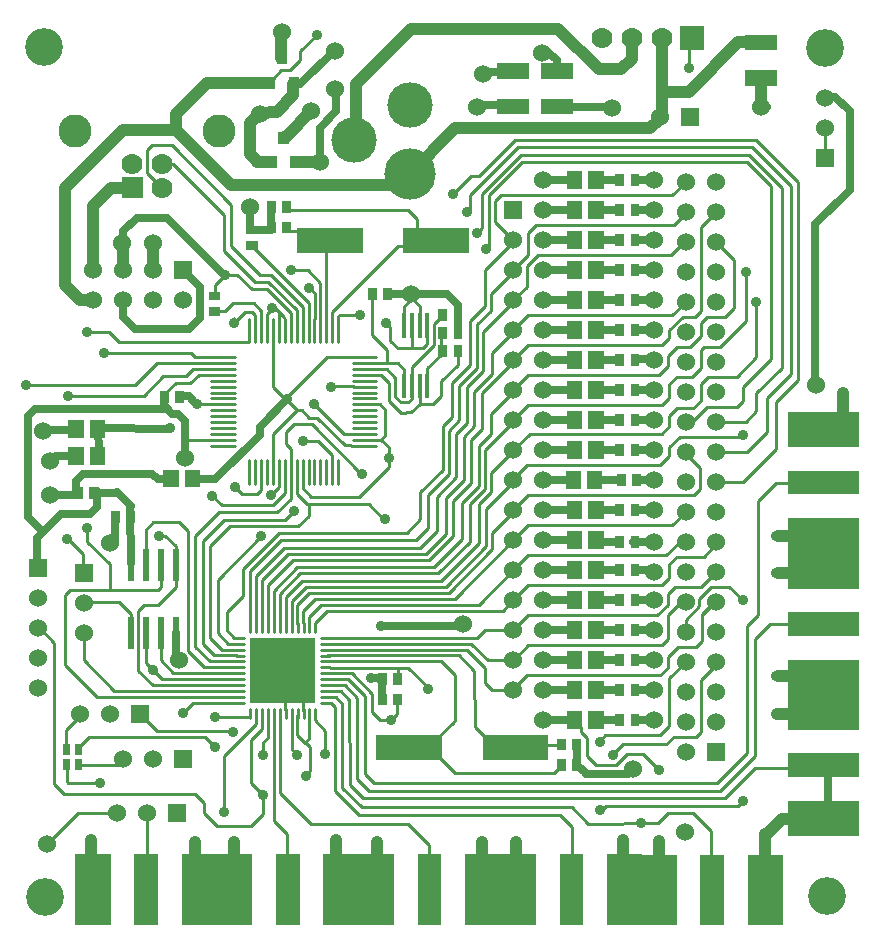
<source format=gbr>
G04 start of page 2 for group 0 idx 0 *
G04 Title: (unknown), top *
G04 Creator: pcb 20140316 *
G04 CreationDate: Tue Feb 26 01:41:17 2019 UTC *
G04 For: tim *
G04 Format: Gerber/RS-274X *
G04 PCB-Dimensions (mil): 2834.65 3051.18 *
G04 PCB-Coordinate-Origin: lower left *
%MOIN*%
%FSLAX25Y25*%
%LNTOP*%
%ADD40C,0.0580*%
%ADD39C,0.0300*%
%ADD38C,0.0900*%
%ADD37C,0.0480*%
%ADD36C,0.1450*%
%ADD35C,0.1250*%
%ADD34C,0.0380*%
%ADD33C,0.0350*%
%ADD32C,0.0200*%
%ADD31C,0.1000*%
%ADD30C,0.1260*%
%ADD29R,0.0130X0.0130*%
%ADD28R,0.0340X0.0340*%
%ADD27R,0.0250X0.0250*%
%ADD26R,0.0851X0.0851*%
%ADD25R,0.0200X0.0200*%
%ADD24R,0.1181X0.1181*%
%ADD23R,0.0787X0.0787*%
%ADD22R,0.0295X0.0295*%
%ADD21R,0.0512X0.0512*%
%ADD20C,0.1100*%
%ADD19C,0.0700*%
%ADD18C,0.1710*%
%ADD17C,0.1510*%
%ADD16C,0.0360*%
%ADD15C,0.0001*%
%ADD14C,0.0600*%
%ADD13C,0.0400*%
%ADD12C,0.0100*%
%ADD11C,0.0250*%
G54D11*X193957Y159531D02*X200957D01*
X193957Y169531D02*X201457D01*
X193957Y179531D02*X201457D01*
X175957Y169531D02*X186457D01*
G54D12*X170957Y174531D02*X215457D01*
X220457Y173531D02*X225957D01*
X228457Y176031D01*
X223457Y169031D02*X225457D01*
G54D11*X175957Y159531D02*X185957D01*
G54D12*X222957Y159031D02*X228244Y153654D01*
X214957Y154531D02*X217957Y157531D01*
X171457Y165031D02*X215457D01*
X260457Y148531D02*X253457D01*
X228244Y153654D02*Y146728D01*
X233457Y149031D02*X242457D01*
X253457Y148531D02*X247457Y142531D01*
X233957Y129031D02*Y128531D01*
X228244Y146728D02*X226079Y144598D01*
X223457Y129031D02*X221457D01*
X223457Y139031D02*X218957Y134531D01*
X170957D01*
X165957Y129531D01*
X226079Y144598D02*X170957Y144531D01*
X165957Y139531D01*
X165457Y149531D02*X170457Y154531D01*
X214957D01*
G54D11*X206457Y179531D02*X213457D01*
X206457Y169531D02*X213957D01*
X206457Y159531D02*X213457D01*
X206957Y149531D02*X212957D01*
X206457Y139531D02*X213957D01*
G54D12*X217957Y157531D02*Y160531D01*
X221457Y164031D01*
X215457Y165031D02*X217957Y167531D01*
Y171031D01*
X220457Y173531D01*
X215457Y174531D02*X217957Y177031D01*
Y181531D01*
X228457Y176031D02*Y181531D01*
X221457Y164031D02*X241957D01*
X242457Y149031D02*X253457Y160031D01*
X233457Y159031D02*X243957D01*
X241957Y164031D02*X242457Y164531D01*
X253457Y160031D02*Y175531D01*
X243957Y159031D02*X250457Y165531D01*
Y177031D01*
X243457Y169031D02*X246957Y172531D01*
X240457Y174031D02*X242457Y176031D01*
X225457Y169031D02*X230457Y174031D01*
X240457D01*
G54D13*X275882Y178654D02*Y168154D01*
G54D12*X253457Y175531D02*X260957Y183031D01*
X250457Y177031D02*X258457Y185031D01*
X246957Y178531D02*X255457Y187031D01*
X233457Y169031D02*X243457D01*
X246957Y172531D02*Y178531D01*
X242457Y176031D02*Y180531D01*
X251957Y190031D01*
G54D11*X193957Y129031D02*X201457D01*
X175957Y129531D02*X185957D01*
G54D12*X158957Y126531D02*Y132031D01*
X130457D02*X134957Y136531D01*
G54D11*X205957Y129031D02*X213957D01*
G54D12*X151457Y188031D02*Y202531D01*
X153957Y187031D02*Y201531D01*
X155957Y186031D02*Y199031D01*
X145457Y182031D02*X151457Y188031D01*
X147957Y181031D02*X153957Y187031D01*
X150457Y180531D02*X155957Y186031D01*
X141957Y182531D02*X147457Y188031D01*
Y192031D01*
X132181Y183772D02*Y187272D01*
X139457Y194531D01*
X123913Y188693D02*X123957Y193031D01*
X129622Y201882D02*Y207591D01*
X131787Y209756D01*
X132575D01*
X134740Y207591D01*
X132181Y209756D02*Y210937D01*
X134957Y136531D02*Y145531D01*
X137457Y133531D02*Y144531D01*
X140457Y144031D02*X146957Y150531D01*
X143457Y143531D02*X149457Y149531D01*
X145957Y142531D02*X151957Y148531D01*
X148957Y142031D02*X154457Y147531D01*
X151457Y141531D02*X156457Y146531D01*
X140457Y132531D02*Y144031D01*
X143457Y131531D02*Y143531D01*
X145957Y131031D02*Y142531D01*
X148957Y130031D02*Y142031D01*
X151457Y129031D02*Y141531D01*
X154457Y128531D02*Y141531D01*
X156957Y127531D02*Y140031D01*
X154457Y147531D02*Y161031D01*
X156457Y146531D02*Y159531D01*
X158457Y152031D02*X165457Y159031D01*
X158457Y145531D02*Y152031D01*
X156957Y140031D02*X165957Y149031D01*
X158957Y132031D02*X165957Y139031D01*
X154457Y141531D02*X158457Y145531D01*
G54D11*X175957Y149531D02*X185457D01*
X175957Y139531D02*X186457D01*
X192457Y149531D02*X201457D01*
X193457Y139531D02*X200957D01*
G54D12*X144457Y166031D02*X147957Y169531D01*
X145457Y170531D02*Y182031D01*
X142457Y167531D02*X145457Y170531D01*
X147957Y169531D02*Y181031D01*
X150457Y168531D02*Y180531D01*
X139268Y174913D02*X141957Y177531D01*
Y182531D01*
X146957Y165031D02*X150457Y168531D01*
X149457Y164031D02*X152957Y167531D01*
G54D11*X193457Y189531D02*X200957D01*
X193457Y199531D02*X201457D01*
X193457Y209531D02*X201457D01*
X194457Y219531D02*X200957D01*
X194457Y229531D02*X200957D01*
X175957D02*X186957D01*
X175957Y219531D02*X186457D01*
G54D12*X170957Y232031D02*Y224531D01*
G54D11*X193957Y239531D02*X200957D01*
X175957D02*X186457D01*
X206457Y219531D02*X212957D01*
X193957Y249531D02*X201457D01*
X212957D02*X206957D01*
X212957Y250531D02*X213457Y250031D01*
G54D12*X243957Y255531D02*X168957D01*
X244457Y258031D02*X168457D01*
X245457Y260531D02*X167457D01*
X223457Y249031D02*X218957Y244531D01*
X223957Y239031D02*X219457Y234531D01*
X218957Y244531D02*X161957D01*
X219457Y234531D02*X173457D01*
X233457Y239031D02*X228457Y234031D01*
G54D11*X206957Y239531D02*X212890Y239587D01*
X206457Y229531D02*X212957D01*
G54D12*X228457Y234031D02*Y206031D01*
X239457Y207031D02*Y223031D01*
X243457Y202531D02*Y219531D01*
X224957Y194031D02*X228457Y197531D01*
Y202031D01*
X230457Y204031D01*
X236457D01*
X239457Y207031D01*
X229457Y194031D02*X234957D01*
X228457Y193031D02*X229457Y194031D01*
X234957D02*X243457Y202531D01*
X246957Y209031D02*Y190531D01*
X251957Y190031D02*Y247531D01*
X255457Y187031D02*Y247031D01*
X258457Y185031D02*Y247531D01*
X260957Y183031D02*Y249031D01*
G54D11*X266630Y234953D02*Y181213D01*
G54D12*X161957Y244531D02*X159957Y242531D01*
Y235531D01*
X165457Y230031D01*
X173457Y234531D02*X170957Y232031D01*
X157969Y244598D02*Y227669D01*
X155409Y244992D02*X155457Y233531D01*
X153957Y232031D01*
X151472Y244598D02*X151457Y240031D01*
X150457Y239031D01*
X154457Y251031D02*X151957D01*
X258457Y247531D02*X245457Y260531D01*
X251957Y247531D02*X243957Y255531D01*
X255457Y247031D02*X244457Y258031D01*
X156457Y219531D02*X165957Y229031D01*
X170957Y224531D02*X165957Y219531D01*
X170457Y221031D02*Y214031D01*
X157969Y227669D02*X156787Y226488D01*
X153957Y201531D02*X158457Y206031D01*
X155957Y199031D02*X165957Y209031D01*
X156457Y207531D02*Y219531D01*
X151457Y202531D02*X156457Y207531D01*
X158457Y211531D02*X165957Y219031D01*
X158457Y206031D02*Y211531D01*
X170457Y214031D02*X165957Y209531D01*
X170957Y204531D02*X165957Y199531D01*
G54D11*X175957Y209531D02*X186457D01*
X175957Y199531D02*X186957D01*
X175957Y189531D02*X186957D01*
G54D12*X218598Y224717D02*X174098D01*
X170457Y221031D01*
X170957Y194531D02*X215457D01*
X217957Y197031D01*
Y199531D01*
X158957Y192031D02*X165957Y199031D01*
X158957Y185031D02*Y192031D01*
X155457Y178531D02*X165957Y189031D01*
X158457Y171531D02*X165957Y179031D01*
X156457Y159531D02*X165957Y169031D01*
X152957Y179031D02*X158957Y185031D01*
X152957Y167531D02*Y179031D01*
X155457Y166531D02*Y178531D01*
X151957Y163031D02*X155457Y166531D01*
X158457Y165031D02*Y171531D01*
X154457Y161031D02*X158457Y165031D01*
X165957Y159531D02*X171457Y165031D01*
X165957Y169531D02*X170957Y174531D01*
X165957Y179531D02*X170957Y184531D01*
X165957Y189531D02*X170957Y194531D01*
G54D11*X175957Y179531D02*X186457D01*
G54D12*X217957Y181531D02*X220457Y184031D01*
X170957Y184531D02*X214457D01*
X217457Y187531D01*
X220457Y184031D02*X225457D01*
X228457Y187031D01*
Y181531D02*X230957Y184031D01*
X240457D01*
X246957Y190531D01*
X222957Y229031D02*X218598Y224717D01*
X239465Y222945D02*X233457Y229031D01*
X223457Y209031D02*X218957Y204531D01*
X228457Y206031D02*X226457Y204031D01*
X222457D01*
G54D11*X206457Y209531D02*X212957D01*
G54D12*X218957Y204531D02*X170957D01*
X217457Y187531D02*Y191031D01*
G54D11*X206457Y199531D02*X212457D01*
X206457Y190031D02*X213457D01*
G54D12*X217457Y191031D02*X220457Y194031D01*
X217957Y199531D02*X222457Y204031D01*
X220957Y194031D02*X224957D01*
X228457Y187031D02*Y193031D01*
G54D11*X185957Y249531D02*X175957D01*
G54D13*X146457Y267031D02*X211457D01*
G54D11*X162957Y274531D02*X154457D01*
X153957Y274031D01*
X182457D02*X199457D01*
G54D12*X166457Y263031D02*X154457Y251031D01*
G54D13*X214457Y269531D02*X211457Y267031D01*
G54D12*X260957Y249031D02*X246957Y263031D01*
X166457D01*
G54D11*X278047Y272551D02*Y246370D01*
G54D12*X269780Y266646D02*Y256803D01*
X270370Y256213D01*
G54D11*X278047Y246370D02*X266630Y234953D01*
X247957Y274031D02*X250457D01*
X269957Y267531D02*X270457Y267031D01*
G54D13*X248457Y274031D02*Y283531D01*
G54D12*X224457Y287031D02*Y295531D01*
G54D13*Y279031D02*X240957Y295531D01*
G54D12*X224457D02*X225457Y296531D01*
G54D13*X240957Y295531D02*X251457D01*
X214957Y270531D02*X214457Y269531D01*
X215957Y279031D02*X224457D01*
G54D11*X270173Y277276D02*X273323D01*
X278047Y272551D01*
G54D12*X168957Y255531D02*X157957Y244531D01*
X168457Y258031D02*X155409Y244992D01*
X167417Y260543D02*X151433Y244610D01*
X151957Y251031D02*X145957Y245031D01*
X131000Y239480D02*X133953Y236528D01*
Y232394D01*
X133756Y232197D01*
G54D13*X194957Y297531D02*X195457Y297031D01*
X215457D02*Y289531D01*
X194457Y286531D02*X201957D01*
X205457Y290031D01*
Y296531D01*
X215457Y270031D02*Y289031D01*
X131957Y300031D02*X180957D01*
G54D11*X156957Y285531D02*X161457D01*
X161957Y286031D01*
G54D13*X180957Y300031D02*X194457Y286531D01*
G54D11*X175457Y292031D02*X177957D01*
X180457Y289531D01*
Y286031D01*
G54D13*X202457Y29531D02*X202238Y13863D01*
G54D12*X185457Y22531D02*Y34031D01*
X181457Y38031D01*
G54D13*X214465Y29244D02*Y14480D01*
G54D12*X214114Y35193D02*X190957Y35031D01*
X185457Y40531D01*
X217614Y38693D02*X214114Y35193D01*
G54D11*X190252Y51488D02*X203638Y51685D01*
X204031D02*X205803Y53260D01*
G54D12*X203835Y58181D02*X209150D01*
X200291Y54638D02*X203835Y58181D01*
X193598Y54638D02*X200291D01*
X214858Y64480D02*X196551D01*
X194583Y62315D02*X196551Y64480D01*
X243957Y58531D02*X233957Y48531D01*
X246457Y57531D02*X234957Y46031D01*
X246457Y53531D02*X236457Y43531D01*
X231957Y32531D02*X225957Y38531D01*
X240957Y41031D02*X242457Y42531D01*
X231957Y32531D02*Y23031D01*
G54D13*X249957Y31531D02*Y17031D01*
Y31031D02*X255457Y36531D01*
X261957D01*
G54D12*X246457Y53531D02*X262457D01*
G54D11*X270764Y53457D02*Y40661D01*
G54D12*X233559Y69402D02*X233165Y69008D01*
G54D13*X254138Y84362D02*X268592Y84276D01*
X253835Y71567D02*X263957Y71531D01*
G54D11*X193957Y69531D02*X201457D01*
X193457Y79531D02*X200957D01*
X193957Y89531D02*X201457D01*
X193957Y99531D02*X201457D01*
X193457Y109531D02*X201457D01*
X175957D02*X186457D01*
X175957Y99531D02*X186457D01*
X175957Y89531D02*X186957D01*
X175957Y79531D02*X186457D01*
X175957Y119531D02*X186457D01*
G54D12*X216957Y124531D02*X170957D01*
Y94531D02*X215457D01*
X213957Y104531D02*X170957D01*
X215457Y114531D02*X170957D01*
G54D11*X193957Y119531D02*X201457D01*
X206957D02*X212957D01*
X206957Y109531D02*X211957D01*
X212457Y110031D01*
X206457Y99531D02*X212957D01*
X213457Y100031D01*
X206457Y89531D02*X212957D01*
G54D12*X215457Y94531D02*X217457Y96531D01*
Y104531D01*
G54D13*X254138Y118614D02*X268198Y118528D01*
X254138Y130819D02*X268592Y130733D01*
G54D12*X233957Y128531D02*X229457Y124031D01*
X220457D01*
X217957Y121531D01*
X233457Y119031D02*X228457Y114031D01*
X217957Y121531D02*Y117031D01*
X215457Y114531D01*
X231957Y114031D02*X237957D01*
X221457Y129031D02*X216957Y124531D01*
X122339Y137118D02*X117811Y141646D01*
X89858Y136331D02*X92811Y139283D01*
X93992Y134165D02*X94189D01*
X97732Y137709D01*
Y141646D01*
X227957Y107531D02*Y110031D01*
X247457Y104531D02*Y142531D01*
X228457Y114031D02*X219957D01*
X217457Y111531D01*
Y108031D01*
X227957Y110031D02*X231957Y114031D01*
X237957D02*X242457Y109531D01*
X246457Y96531D02*Y57531D01*
X243957Y58531D02*Y101031D01*
X247457Y104531D01*
X258957Y101531D02*X251457D01*
X246457Y96531D01*
X233457Y109031D02*X228957Y104531D01*
X217457D02*X221957Y109031D01*
X217457Y108031D02*X213957Y104531D01*
X233457Y109031D02*X232957D01*
X228957Y105031D01*
X223457Y103031D02*X227957Y107531D01*
X233457Y89031D02*Y88031D01*
X228457Y83031D01*
X228957Y105031D02*Y96031D01*
X226957Y94031D01*
X220957D01*
X223457Y99031D02*Y103031D01*
X220957Y94031D02*X217457Y90531D01*
Y87031D01*
X214957Y84531D01*
X223457Y89031D02*X217957Y83531D01*
G54D13*X166957Y29031D02*X166805Y13863D01*
X155457Y29031D02*X155387Y13469D01*
X120457Y29031D02*X120742Y13469D01*
G54D12*X137957Y21031D02*Y28031D01*
X130957Y35031D01*
X98457D01*
X119457Y48531D02*X116457Y51531D01*
X113957Y50031D02*X117957Y46031D01*
X111457Y48031D02*X115957Y43531D01*
X115457Y40531D02*X108957Y47031D01*
X114457Y38031D02*X106457Y46031D01*
X116457Y51531D02*X116433Y77669D01*
X113874Y77079D02*X113957Y50031D01*
X111315Y76291D02*X111457Y48031D01*
X108957Y47031D02*X108953Y75110D01*
X106457Y46031D02*Y74031D01*
X99898Y71567D02*Y69567D01*
X103244Y66055D01*
Y58181D01*
X88087Y45189D02*Y71189D01*
X92024Y63299D02*Y59953D01*
X93992Y57984D01*
Y64480D02*X96551Y61921D01*
X96748D01*
X98126Y60543D01*
Y52669D01*
X96551Y51094D01*
X97929Y71567D02*Y63496D01*
X96551Y62118D01*
X93992Y71370D02*Y64480D01*
X92024Y71370D02*Y63189D01*
X95957Y72531D02*Y76531D01*
X89957Y73031D02*Y76531D01*
X153047Y67433D02*X158650Y61929D01*
X146157Y69008D02*X140449Y63496D01*
G54D11*X175957Y69531D02*X187457D01*
G54D12*X127260Y75701D02*Y71567D01*
X125291Y69598D01*
X121551D02*X125291D01*
X118795Y78457D02*Y72354D01*
G54D11*X122339Y82394D02*Y76685D01*
X118402Y83772D02*X120961D01*
X122339Y82394D01*
G54D12*X118795Y72354D02*X121551Y69598D01*
G54D11*X206457Y79531D02*X212957D01*
G54D12*X170457Y84531D02*X165457Y79531D01*
X170457Y84531D02*X214957D01*
X228457Y83031D02*Y65531D01*
X226957Y64031D01*
X217957Y83531D02*Y67531D01*
X214858Y64480D01*
X216972Y61547D02*X219457Y64031D01*
X226957D01*
G54D11*X206457Y69531D02*X213457D01*
G54D12*X188480Y67433D02*Y65661D01*
X190646Y63496D01*
X202457Y61528D02*X216972Y61547D01*
X181787Y61331D02*X176079D01*
X202457Y61528D02*X198913Y57984D01*
X209150Y58181D02*X214465Y52866D01*
G54D11*X187102Y61724D02*Y54441D01*
Y54638D02*X190449Y51488D01*
G54D12*X181394Y53850D02*X179622Y52079D01*
X190646Y63496D02*Y57591D01*
X233957Y48531D02*X119457D01*
X179622Y52079D02*X146354D01*
X140843Y57591D01*
X234957Y46031D02*X117957D01*
X236457Y43531D02*X115957D01*
X181457Y38031D02*X114457D01*
X115457Y40531D02*X185457D01*
X194957Y39031D02*X196957Y41031D01*
X240957D01*
X217614Y38693D02*X225957Y38531D01*
X190646Y57591D02*X193598Y54638D01*
X71957Y240031D02*Y227531D01*
X52457Y255031D02*X69457Y238031D01*
Y226031D01*
X71945Y240071D02*Y241449D01*
X65957Y190531D02*X60957D01*
X59957D01*
X58457Y192031D01*
X29425Y192039D01*
X31197Y198929D02*X34543Y195583D01*
X77957Y195531D02*X34543Y195583D01*
X83756Y213299D02*X78756D01*
G54D13*X25957Y209531D02*X21457D01*
X16457Y214531D01*
X25957Y219531D02*Y241031D01*
X16457Y214531D02*Y247031D01*
X45957Y219531D02*Y228531D01*
G54D11*X40457Y237031D02*X50457D01*
X69957Y217531D01*
X61512Y213890D02*X56787Y218614D01*
G54D13*X25957Y241031D02*X31957Y247031D01*
X39457D01*
X35957Y219531D02*Y228531D01*
X35457Y229031D01*
G54D11*X35957Y228531D02*Y232531D01*
X40457Y237031D01*
X35921Y209559D02*Y204047D01*
G54D12*X23520Y198929D02*X31394D01*
G54D11*X35921Y204047D02*X39858Y200110D01*
X57772D01*
X60724Y203063D01*
X60921D01*
X61512Y203654D01*
Y213890D01*
G54D13*X16457Y247031D02*X35921Y266449D01*
X53638D01*
G54D12*X52063Y261331D02*X45567D01*
X43795Y259559D01*
Y251882D01*
X52457Y255031D02*X48717D01*
X71945Y241449D02*X52063Y261331D01*
X43795Y251882D02*X48717Y246961D01*
G54D13*X78047Y258378D02*X80803Y255622D01*
G54D12*X87890Y149913D02*Y147354D01*
X85957Y156031D02*Y165031D01*
X95764Y150307D02*Y146807D01*
X91827Y155425D02*Y159953D01*
X90252Y161528D01*
Y165661D01*
X89858Y148339D02*Y145189D01*
X91827Y148929D02*Y143417D01*
X93795Y148732D02*Y144992D01*
X105457Y155531D02*Y158031D01*
X100957Y162531D01*
X95957D01*
X85957Y165031D02*X93957Y173031D01*
X90646Y176488D02*Y176291D01*
X93992Y172945D01*
X95370D01*
X90252Y165661D02*X92811Y168220D01*
X90646Y176488D02*X90449D01*
X95370Y172945D02*X97929Y170386D01*
X92811Y168220D02*X98717D01*
X97929Y170386D02*X100488D01*
X109740Y161134D01*
X98717Y168220D02*X114858Y152079D01*
X112890Y180819D02*X104819D01*
X119976Y188693D02*X127476D01*
X129622Y186134D01*
X118795Y186724D02*X123795D01*
X137339Y186874D02*X141827Y191252D01*
X137299Y198339D02*Y194839D01*
X135957Y193531D01*
X126669Y183772D02*Y177272D01*
X128457Y175531D01*
X130957D01*
X132181Y176685D01*
Y180685D01*
X134740Y174913D02*Y180413D01*
X129622Y186134D02*Y183134D01*
X123795Y186724D02*X126669Y183772D01*
X119780Y184756D02*X121780D01*
X124504Y182000D01*
X137299Y182787D02*X137339Y186874D01*
X124504Y182000D02*Y176094D01*
X123323Y172945D02*Y164677D01*
X121748Y163102D01*
X124504Y176094D02*X128457Y172126D01*
X131984Y172157D01*
X134740Y174913D01*
X120173D02*X121354D01*
X123323Y172945D01*
X66630Y184559D02*X61130D01*
X65843Y186724D02*X59150D01*
X56787Y184362D01*
X65646Y188693D02*X47142D01*
X61130Y184559D02*X58228Y182000D01*
X58165D02*X53441D01*
G54D11*X54622Y177472D02*X57772D01*
G54D12*X85957Y196531D02*Y180531D01*
X89957Y176531D01*
X103957Y190531D02*X89957Y176531D01*
X67220Y174913D02*X60528D01*
G54D11*X49307Y173339D02*X6591D01*
X49701Y174126D02*X48520Y173339D01*
G54D12*X49307Y184362D02*X42811Y177669D01*
X53441Y182000D02*X49307Y177866D01*
X56787Y184362D02*X49307D01*
X47142Y188693D02*X39858Y181409D01*
X3638D01*
X87890Y147354D02*X86118Y145539D01*
X80606Y144992D02*X75488D01*
X73323Y147157D01*
X65957Y163031D02*X56457D01*
G54D11*X58559Y149913D02*X66630D01*
X81394Y164677D01*
Y167433D01*
X49504Y176685D02*Y174520D01*
X57772Y177472D02*X60331Y174913D01*
X81394Y167433D02*X90646Y176685D01*
X49504Y174520D02*X52260Y171764D01*
X54228D01*
X56591Y169402D01*
Y156803D01*
X20961Y157787D02*X13677D01*
X13283Y157394D02*X11315Y155819D01*
X27654Y166843D02*X27760Y159031D01*
X33362Y145386D02*X26366Y145441D01*
X19957Y144728D02*X11457Y144531D01*
X20370Y149717D02*X22535Y151488D01*
X20173Y144795D02*Y149323D01*
X20567Y166449D02*X9150D01*
X47535Y149913D02*X52063D01*
G54D12*X42811Y177669D02*X17417D01*
G54D11*X45567Y151685D02*X47535Y149913D01*
X22929Y151685D02*X45173D01*
X28047Y166843D02*X51472Y166646D01*
G54D12*X105457Y202031D02*Y205531D01*
X107457Y203031D02*Y204031D01*
X107957Y204531D01*
X105457Y205531D02*X127457Y227531D01*
X134457D01*
X107957Y204531D02*X115957D01*
G54D11*X143992Y211528D02*X124469Y211567D01*
G54D12*X112457Y190531D02*X103957D01*
X141827Y191252D02*X141957Y199531D01*
X139457Y194531D02*X139465Y201488D01*
X141965Y203988D01*
G54D11*X147457Y198531D02*Y208031D01*
X143992Y211528D01*
G54D12*X134740Y201685D02*Y207591D01*
X132181Y198535D02*Y193535D01*
X135957Y193531D02*X127457D01*
X124957Y196031D01*
Y200531D01*
G54D13*X130957Y251031D02*X146457Y267031D01*
X113457Y263031D02*Y281531D01*
X131957Y300031D01*
X130957Y251031D02*Y250531D01*
X128457Y248031D01*
G54D12*X142457Y153031D02*Y167531D01*
X144457Y151531D02*Y166031D01*
X135240Y174913D02*X139268D01*
X134957Y145531D02*X142457Y153031D01*
X137457Y144531D02*X144457Y151531D01*
X114457Y144031D02*X124457Y154031D01*
X146957Y150531D02*Y165031D01*
X149457Y149531D02*Y164031D01*
X151957Y148531D02*Y163031D01*
X95764Y146807D02*X98457Y144031D01*
X81957Y150531D02*X81984Y146370D01*
X80606Y144992D01*
X98457Y144031D02*X104457D01*
X114457D01*
X113457Y165031D02*X109457D01*
X99457Y175031D01*
X109937Y161134D02*X113957Y161031D01*
X119583Y163102D02*X121748D01*
X124425Y160531D01*
X124457Y154031D01*
X89457Y127031D02*X134957D01*
X140457Y132531D01*
X88480Y129638D02*X133480D01*
X137457Y133531D01*
X87957Y132031D02*X130457D01*
X93795Y144992D02*X97142Y141646D01*
X71551Y134165D02*X94189D01*
X91827Y143417D02*X87299Y138890D01*
X85921Y141252D02*X68795D01*
X69386Y136331D02*X89858D01*
X68008Y138890D02*X87299D01*
X85921Y141252D02*X89858Y145189D01*
X71484Y134165D02*X64957Y127531D01*
X67811Y138890D02*X59937Y131016D01*
X68795Y141252D02*X65646Y144402D01*
X62496Y129441D02*X69386Y136331D01*
X59957Y128031D02*X59937Y130819D01*
X47957Y131031D02*X49957D01*
X53457Y127531D01*
Y122531D01*
G54D11*X38480Y121961D02*X38283Y140661D01*
G54D12*X23957Y134031D02*Y129031D01*
X31457Y121531D01*
X17417Y130031D02*X22457Y125031D01*
G54D11*X15252Y138299D02*X7181Y130228D01*
Y119992D01*
X7378Y119795D01*
X4031Y137315D02*X9150Y132197D01*
X27063Y145976D02*Y140661D01*
X33756Y145583D02*X38480Y140858D01*
X4031Y170976D02*Y137315D01*
X6394Y173339D02*X4031Y170976D01*
G54D13*X71957Y248031D02*X53441Y266449D01*
Y271567D01*
X63874Y282000D01*
X84374D01*
X81457Y272031D02*X78047Y268614D01*
Y268417D02*Y258378D01*
X80606Y255622D02*X85134D01*
X85087Y255583D02*X85193Y255476D01*
X92614Y281606D02*Y277866D01*
G54D11*X93417Y281591D02*X94917D01*
G54D13*X92614Y277866D02*X87154Y272307D01*
G54D11*X106957Y272531D02*Y280031D01*
X106457D01*
G54D13*X87154Y272307D02*X81457Y272031D01*
X88677Y290268D02*Y299768D01*
G54D12*X91630Y286134D02*X94957Y289531D01*
Y292531D01*
X100457Y298031D01*
G54D11*X94917Y281591D02*X106457Y293031D01*
G54D12*X91630Y286134D02*X88677D01*
G54D13*X89661Y264087D02*X90161D01*
G54D11*X101457Y255531D02*Y267031D01*
X106957Y272531D01*
G54D13*X90366Y264142D02*X98457Y272531D01*
G54D12*X88677Y286134D02*X85724Y283181D01*
X97732Y208760D02*X78835Y227669D01*
X97535Y219598D02*X91957Y219531D01*
G54D11*X78441Y232984D02*X85134D01*
G54D12*X91236Y232591D02*X94780D01*
X124957Y200531D02*X123457Y202031D01*
X123957Y193031D02*X118957Y198031D01*
X72957Y202031D02*Y203531D01*
Y202031D02*X76457Y205531D01*
X85091Y217827D02*X95764Y207197D01*
X84319Y215661D02*X93795Y206409D01*
X103638Y202669D02*Y227472D01*
X101669Y203063D02*Y215465D01*
X97535Y219598D01*
X99701Y203260D02*Y211921D01*
X97866Y213587D01*
X97732Y203260D02*Y208760D01*
X91827Y205228D02*X83756Y213299D01*
X95764Y207197D02*Y202697D01*
X93795Y206409D02*Y203063D01*
X91827D02*Y205228D01*
X89661Y203547D02*Y204047D01*
X86661Y207047D01*
X87890Y203063D02*Y205622D01*
X83957Y205031D02*X85457Y206531D01*
X118957Y198031D02*X118933Y211949D01*
G54D13*X128457Y248031D02*X71957D01*
X93457Y255531D02*X101457D01*
G54D11*X85134Y232984D02*Y240858D01*
G54D12*X90843Y239480D02*X131000D01*
X71957Y227531D02*X81591Y217827D01*
X69457Y226031D02*X79819Y215661D01*
X84319D01*
X81591Y217827D02*X85091D01*
X73957Y218031D02*X69957D01*
X78756Y213299D02*X73957Y218031D01*
X66457Y211531D02*Y214531D01*
X69957Y218031D01*
X83957Y203031D02*Y205031D01*
X79957Y203031D02*Y204531D01*
G54D11*X78244Y240661D02*Y233181D01*
G54D12*X81957Y203531D02*Y206031D01*
X79457Y208531D01*
X79957Y204531D02*X78957Y205531D01*
X76457D02*X78957D01*
X79457Y208531D02*X72457D01*
X72535Y208575D02*X69780Y205819D01*
X66039D01*
X150457Y93031D02*X156457Y87031D01*
X151957Y95031D02*X157457Y89531D01*
X147835Y91252D02*X152957Y86031D01*
X153957Y97031D02*X156457Y99531D01*
X165957D01*
X157457Y89531D02*X165957D01*
X162457Y106031D02*X165957Y109531D01*
X156457Y87031D02*Y82031D01*
X158957Y79531D01*
X165957D01*
X152957Y86031D02*X153047Y67236D01*
X146457Y84531D02*X146354Y69205D01*
X166457Y89531D02*Y90031D01*
X170957Y94531D01*
Y104531D02*X165957Y99531D01*
X141728Y89283D02*X146457Y84531D01*
X127457Y83181D02*Y87118D01*
X109740Y81213D02*X113874Y77079D01*
X104228Y83378D02*X110724D01*
X116433Y77669D01*
X104425Y85150D02*X112102D01*
D03*
X118795Y78457D01*
X104457Y97031D02*X153957D01*
X103957Y106031D02*X162457D01*
X101957Y108031D02*X154457D01*
G54D11*X121945Y101094D02*X149110D01*
G54D12*X104819Y87118D02*X130819D01*
X104228Y89283D02*X141728D01*
X103835Y91252D02*X147835D01*
X104457Y93031D02*X150457D01*
X104457Y95031D02*X151957D01*
X130819Y87118D02*X137457Y80531D01*
X154457Y108031D02*X165957Y119531D01*
X146457Y110031D02*X165957Y129531D01*
X144457Y112031D02*X158957Y126531D01*
X143457Y114031D02*X156957Y127531D01*
X141957Y116031D02*X154457Y128531D01*
X140957Y118531D02*X151457Y129031D01*
X139457Y120531D02*X148957Y130031D01*
X137957Y123031D02*X145957Y131031D01*
X136957Y125031D02*X143457Y131531D01*
X170957Y114531D02*X165957Y109531D01*
X170957Y124531D02*X165957Y119531D01*
X99957Y110031D02*X146457D01*
X97957Y112031D02*X144457D01*
X96957Y114031D02*X143457D01*
X95457Y116031D02*X141957D01*
X94957Y118531D02*X140957D01*
X93957Y120531D02*X139457D01*
X92457Y123031D02*X137957D01*
X90957Y125031D02*X136957D01*
X117811Y141646D02*X97142D01*
X106457Y74031D02*X105213Y75307D01*
X103213D01*
X104425Y77276D02*X106787D01*
X108953Y75110D01*
X105213Y79244D02*X108362D01*
X111315Y76291D01*
X104622Y81213D02*X109740D01*
X32913Y79244D02*X22957Y89531D01*
X40957Y86031D02*X45764Y81213D01*
X43402Y88693D02*X48913Y83181D01*
X48520Y89480D02*X52654Y85150D01*
X27217Y77276D02*X16433Y87906D01*
X73457Y97031D02*X72957D01*
X73457Y93031D02*X68957D01*
X64957Y97031D01*
X74457Y95031D02*X70957D01*
X72957Y97031D02*X70457Y99531D01*
Y105531D01*
X75957Y111031D01*
X57457Y92531D02*X62693Y87315D01*
X64717Y89283D02*X59957Y94031D01*
X66217Y91252D02*X62457Y95031D01*
G54D11*X53441Y98732D02*Y90732D01*
X54941Y89232D01*
G54D12*X16433Y87906D02*Y111024D01*
X62693Y87315D02*X73693D01*
X73717Y89283D02*X64717D01*
X73717Y91252D02*X66217D01*
X70957Y95031D02*X67457Y98531D01*
X99957Y102031D02*X103957Y106031D01*
X97957Y102031D02*Y104031D01*
X101957Y108031D01*
X95957Y106031D02*X99957Y110031D01*
X93992Y107988D02*X97957Y112031D01*
X92024Y109382D02*X96957Y114031D01*
X95957Y102031D02*Y106031D01*
X93992Y101488D02*Y107988D01*
X92024Y101882D02*Y109382D01*
X90055Y101685D02*Y110685D01*
X88087Y101685D02*Y111685D01*
X90055Y110685D02*X95457Y116031D01*
X88087Y111685D02*X94957Y118531D01*
X86118Y112685D02*X93957Y120531D01*
X86118Y101685D02*Y112685D01*
X84150Y101488D02*Y114488D01*
X82181Y101291D02*Y116291D01*
X80213Y101488D02*Y117488D01*
X78244Y100898D02*Y119398D01*
X75957Y111031D02*Y120031D01*
X84150Y114488D02*X92457Y123031D01*
X82181Y116291D02*X90957Y125031D01*
X80213Y117488D02*X89457Y127031D01*
X78244Y119398D02*X88480Y129638D01*
X75957Y120031D02*X87957Y132031D01*
X81984Y130819D02*X67417Y116252D01*
X38457Y105031D02*X34457Y109031D01*
X23457D01*
X16433Y111134D02*X18122Y112945D01*
X23457Y109031D02*X22957Y108531D01*
Y89531D02*Y98531D01*
X40957Y106031D02*Y86031D01*
X43457Y97031D02*X43402Y88693D01*
X48457Y97031D02*X48520Y89480D01*
X38457Y102531D02*Y105031D01*
X31457Y113031D02*Y121531D01*
X22457Y125031D02*Y118031D01*
X22957Y117531D01*
X48457Y114031D02*Y118031D01*
X18205Y113102D02*X47457Y113031D01*
X53457Y118531D02*Y114031D01*
X47457Y113031D02*X48457Y114031D01*
X53457D02*X47457Y108031D01*
X42957D01*
X40957Y106031D01*
X43457Y123031D02*Y133031D01*
G54D11*X33165Y136921D02*Y130031D01*
X31787Y128654D01*
X27063Y140661D02*X24701Y138299D01*
X15252D01*
G54D12*X43457Y133031D02*X45957Y135531D01*
X54457D01*
X57457Y132531D01*
Y92531D01*
X59957Y94031D02*Y128031D01*
Y127531D02*Y128031D01*
X62457Y95031D02*X62496Y129441D01*
X64957Y97031D02*Y127531D01*
X67457Y98531D02*X67417Y116252D01*
G54D13*X106957Y29531D02*X106962Y13075D01*
X72957Y29031D02*X72710Y13469D01*
X59957Y29031D02*X59718Y14650D01*
X25072Y29611D02*Y13863D01*
G54D12*X90457Y22031D02*Y31531D01*
X86118Y35937D01*
X43957Y20531D02*Y38531D01*
X11118Y28850D02*X20961Y38693D01*
X33953D01*
X34150Y38890D01*
X12890Y48142D02*X16039Y44992D01*
X59740D02*X16039D01*
X98457Y35031D02*X88087Y45189D01*
X78457Y48531D02*X82457Y44531D01*
X82575Y44598D02*Y38299D01*
X78441Y34165D01*
X67220D01*
X62890Y38496D01*
Y41843D01*
X59740Y44992D01*
X86118Y35937D02*Y71437D01*
X78457Y63031D02*Y48531D01*
Y63031D02*X82181Y66780D01*
X82457Y62031D02*Y57531D01*
X84150Y71370D02*Y63870D01*
X82457Y62031D01*
X82181Y70780D02*Y66780D01*
X81681Y66280D01*
X80213Y68280D02*X69457Y57531D01*
Y39031D01*
X73717Y77276D02*X27217D01*
X78047Y70583D02*X66457Y70531D01*
X80213Y70780D02*Y68280D01*
X74307Y75307D02*X59307D01*
X55957Y72031D01*
X47142Y66055D02*X41827Y71370D01*
X73913Y79244D02*X32913D01*
X45764Y81213D02*X74764D01*
X48913Y83181D02*X73823D01*
X52654Y85150D02*X74154D01*
X72457Y66031D02*X47142Y66055D01*
X24504Y63890D02*X63087D01*
X66433Y60543D01*
X21748Y54638D02*X33756D01*
X20764Y60150D02*X24504Y63890D01*
X17024Y49126D02*Y55031D01*
X27850Y48535D02*X17811D01*
X17614D02*X17024Y49126D01*
X16827Y58969D02*Y65268D01*
Y66449D01*
X21748Y71370D01*
X33756Y54638D02*X35921Y56803D01*
X7772Y100504D02*X12890Y95386D01*
Y48142D01*
G54D14*X165957Y199531D03*
Y189531D03*
Y179531D03*
Y169531D03*
Y159531D03*
Y149531D03*
Y139531D03*
Y129531D03*
Y119531D03*
Y109531D03*
Y99531D03*
Y89531D03*
Y79531D03*
X175957D03*
Y89531D03*
Y99531D03*
Y109531D03*
Y119531D03*
Y129531D03*
G54D15*G36*
X230457Y62031D02*Y56031D01*
X236457D01*
Y62031D01*
X230457D01*
G37*
G54D14*X223457Y59031D03*
X233457Y69031D03*
X223457D03*
X233457Y79031D03*
X223457D03*
X233457Y89031D03*
X223323Y32394D03*
X223457Y89031D03*
Y99031D03*
Y109031D03*
X233457Y99031D03*
Y109031D03*
Y119031D03*
Y129031D03*
Y139031D03*
Y149031D03*
X223457Y119031D03*
Y129031D03*
Y139031D03*
Y149031D03*
G54D16*X94051Y91126D03*
Y81283D03*
X84209D03*
Y91126D03*
G54D15*G36*
X50957Y41531D02*Y35531D01*
X56957D01*
Y41531D01*
X50957D01*
G37*
G54D14*X43957Y38531D03*
X33957D03*
X10528Y28457D03*
G54D15*G36*
X19760Y121531D02*Y115531D01*
X25760D01*
Y121531D01*
X19760D01*
G37*
G54D14*X22760Y108531D03*
Y98531D03*
G54D15*G36*
X4575Y123386D02*Y117386D01*
X10575D01*
Y123386D01*
X4575D01*
G37*
G54D14*X7575Y110386D03*
Y100386D03*
Y90465D03*
Y80425D03*
G54D15*G36*
X52803Y59606D02*Y53606D01*
X58803D01*
Y59606D01*
X52803D01*
G37*
G54D14*X45803Y56606D03*
X35803D03*
G54D15*G36*
X38630Y74567D02*Y68567D01*
X44630D01*
Y74567D01*
X38630D01*
G37*
G54D14*X31630Y71567D03*
X21630D03*
G54D17*X112953Y262949D03*
X131457Y274760D03*
G54D18*Y251531D03*
G54D15*G36*
X162957Y242531D02*Y236531D01*
X168957D01*
Y242531D01*
X162957D01*
G37*
G54D14*X165957Y229531D03*
Y219531D03*
Y209531D03*
G54D15*G36*
X35457Y250531D02*Y243531D01*
X42457D01*
Y250531D01*
X35457D01*
G37*
G54D19*X48957Y247031D03*
Y255031D03*
X38957D03*
G54D20*X67957Y266031D03*
X19957D03*
G54D15*G36*
X52957Y222531D02*Y216531D01*
X58957D01*
Y222531D01*
X52957D01*
G37*
G54D14*X45957Y219531D03*
X35957D03*
X25957D03*
X55957Y209531D03*
X45957D03*
X35957D03*
X25957D03*
X175957Y139531D03*
Y149531D03*
Y159531D03*
Y169531D03*
Y179531D03*
Y189531D03*
Y199531D03*
Y209531D03*
Y219531D03*
Y229531D03*
Y239531D03*
X233457Y159031D03*
X223457D03*
Y169031D03*
Y179031D03*
X233457Y169031D03*
Y179031D03*
Y189031D03*
Y199031D03*
Y209031D03*
Y219031D03*
X223457Y189031D03*
Y199031D03*
Y209031D03*
Y219031D03*
X233457Y229031D03*
Y239031D03*
Y249031D03*
X223457Y229031D03*
Y239031D03*
Y249031D03*
G54D15*G36*
X221957Y273531D02*Y267531D01*
X227957D01*
Y273531D01*
X221957D01*
G37*
G54D14*X214957Y270531D03*
G54D15*G36*
X221457Y301031D02*Y293031D01*
X229457D01*
Y301031D01*
X221457D01*
G37*
G54D19*X215457Y297031D03*
X205457D03*
X195457D03*
G54D15*G36*
X266957Y260031D02*Y254031D01*
X272957D01*
Y260031D01*
X266957D01*
G37*
G54D14*X269957Y267031D03*
Y277031D03*
G54D21*X193500Y249924D02*Y249138D01*
Y219924D02*Y219138D01*
X186414Y249924D02*Y249138D01*
Y219924D02*Y219138D01*
Y209924D02*Y209138D01*
Y199924D02*Y199138D01*
Y189924D02*Y189138D01*
Y179924D02*Y179138D01*
X193500Y239924D02*Y239138D01*
X186414Y239924D02*Y239138D01*
G54D22*X201398Y250023D02*Y249039D01*
X206516Y250023D02*Y249039D01*
X201398Y240023D02*Y239039D01*
X206516Y240023D02*Y239039D01*
X201398Y230023D02*Y229039D01*
X206516Y230023D02*Y229039D01*
G54D21*X193500Y209924D02*Y209138D01*
Y199924D02*Y199138D01*
Y189924D02*Y189138D01*
Y179924D02*Y179138D01*
Y169924D02*Y169138D01*
X186414Y169924D02*Y169138D01*
X193500Y159924D02*Y159138D01*
X186414Y159924D02*Y159138D01*
G54D22*X201398Y220023D02*Y219039D01*
Y210023D02*Y209039D01*
Y200023D02*Y199039D01*
X206516Y220023D02*Y219039D01*
Y210023D02*Y209039D01*
Y200023D02*Y199039D01*
Y190023D02*Y189039D01*
Y180023D02*Y179039D01*
Y170023D02*Y169039D01*
X201398Y190023D02*Y189039D01*
Y180023D02*Y179039D01*
Y170023D02*Y169039D01*
Y160023D02*Y159039D01*
X206516Y160023D02*Y159039D01*
X201898Y150023D02*Y149039D01*
X201398Y140023D02*Y139039D01*
X207016Y150023D02*Y149039D01*
X206516Y140023D02*Y139039D01*
G54D23*X185309Y20949D02*Y5201D01*
G54D21*X193500Y129924D02*Y129138D01*
Y119924D02*Y119138D01*
Y109924D02*Y109138D01*
X186414Y129924D02*Y129138D01*
Y119924D02*Y119138D01*
Y109924D02*Y109138D01*
Y99924D02*Y99138D01*
Y89924D02*Y89138D01*
Y79924D02*Y79138D01*
X193500Y99924D02*Y99138D01*
Y89924D02*Y89138D01*
Y79924D02*Y79138D01*
Y69924D02*Y69138D01*
X186414Y69924D02*Y69138D01*
G54D22*X187090Y61941D02*Y60957D01*
Y55248D02*Y54264D01*
G54D21*X186414Y139924D02*Y139138D01*
X193500Y139924D02*Y139138D01*
X185914Y149924D02*Y149138D01*
X193000Y149924D02*Y149138D01*
G54D24*X203025Y18981D02*Y7170D01*
G54D22*X201398Y129523D02*Y128539D01*
X206516Y129523D02*Y128539D01*
X201398Y120023D02*Y119039D01*
X206516Y120023D02*Y119039D01*
X201398Y110023D02*Y109039D01*
X206516Y110023D02*Y109039D01*
X201398Y100023D02*Y99039D01*
X206516Y100023D02*Y99039D01*
X201398Y90023D02*Y89039D01*
Y70023D02*Y69039D01*
X206516Y90023D02*Y89039D01*
Y70023D02*Y69039D01*
X201398Y80023D02*Y79039D01*
X206516Y80023D02*Y79039D01*
G54D12*X78008Y156161D02*Y148287D01*
X79976Y156161D02*Y148287D01*
X81945Y156161D02*Y148287D01*
X83913Y156161D02*Y148287D01*
X85882Y156161D02*Y148287D01*
X87850Y156161D02*Y148287D01*
X89819Y156161D02*Y148287D01*
X91787Y156161D02*Y148287D01*
X93756Y156161D02*Y148287D01*
X95724Y156161D02*Y148287D01*
X97693Y156161D02*Y148287D01*
X99661Y156161D02*Y148287D01*
X101630Y156161D02*Y148287D01*
X103598Y156161D02*Y148287D01*
X105567Y156161D02*Y148287D01*
X107535Y156161D02*Y148287D01*
X65213Y190610D02*X73087D01*
X65213Y188642D02*X73087D01*
X65213Y186673D02*X73087D01*
X65213Y184705D02*X73087D01*
X65213Y182736D02*X73087D01*
X65213Y180768D02*X73087D01*
X65213Y178799D02*X73087D01*
X65213Y176831D02*X73087D01*
X65213Y174862D02*X73087D01*
X65213Y172894D02*X73087D01*
X65213Y163051D02*X73087D01*
G54D21*X58952Y150503D02*Y149717D01*
X51866Y150503D02*Y149717D01*
G54D22*X49701Y177768D02*Y176784D01*
X54819Y177768D02*Y176784D01*
G54D12*X65213Y170925D02*X73087D01*
X65213Y168957D02*X73087D01*
X65213Y166988D02*X73087D01*
X65213Y165020D02*X73087D01*
G54D21*X27260Y167039D02*Y166253D01*
G54D12*X65213Y161083D02*X73087D01*
G54D25*X53457Y125731D02*Y117031D01*
X48457Y125731D02*Y117031D01*
X43457Y125731D02*Y117031D01*
X38457Y125731D02*Y117031D01*
G54D22*X33362Y137807D02*Y136823D01*
X38480Y137807D02*Y136823D01*
X20961Y145878D02*Y144894D01*
X26079Y145878D02*Y144894D01*
G54D21*X27260Y157984D02*Y157198D01*
X20174Y157984D02*Y157198D01*
Y167039D02*Y166253D01*
G54D23*X90820Y20949D02*Y5201D01*
G54D24*X108537Y18981D02*Y7170D01*
G54D23*X138065Y20949D02*Y5201D01*
G54D24*X120348Y18981D02*Y7170D01*
X155781Y18981D02*Y7170D01*
X167592Y18981D02*Y7170D01*
G54D26*X124339Y60543D02*X137945D01*
X159945D02*X173213D01*
G54D22*X181972Y61941D02*Y60957D01*
Y55248D02*Y54264D01*
G54D23*X232272Y20843D02*Y5094D01*
G54D24*X249988Y18874D02*Y7063D01*
G54D23*X261612Y54587D02*X277360D01*
G54D24*X263580Y36870D02*X275391D01*
X214555Y18874D02*Y7063D01*
G54D12*X73382Y89157D02*X76335D01*
X73382Y87189D02*X76335D01*
X73382Y85220D02*X76335D01*
X73382Y83252D02*X76335D01*
X73382Y81283D02*X76335D01*
G54D22*X122339Y83673D02*Y82689D01*
X127457Y83673D02*Y82689D01*
G54D12*X73382Y79315D02*X76335D01*
X73382Y77346D02*X76335D01*
X73382Y75378D02*X76335D01*
G54D22*X122339Y76980D02*Y75996D01*
X127457Y76980D02*Y75996D01*
G54D24*X263580Y83882D02*X275391D01*
X263580Y72304D02*X275391D01*
G54D23*X43576Y20949D02*Y5201D01*
G54D24*X61293Y18981D02*Y7170D01*
X25860Y18981D02*Y7170D01*
X73104Y18981D02*Y7170D01*
G54D27*X21014Y55309D02*Y54309D01*
X17014Y60309D02*Y59309D01*
Y55309D02*Y54309D01*
X21014Y60309D02*Y59309D01*
G54D12*X73382Y97031D02*X76335D01*
X78303Y101953D02*Y99000D01*
X73382Y95063D02*X76335D01*
X73382Y93094D02*X76335D01*
X73382Y91126D02*X76335D01*
X80272Y101953D02*Y99000D01*
X82240Y101953D02*Y99000D01*
X84209Y101953D02*Y99000D01*
X86177Y101953D02*Y99000D01*
X88146Y101953D02*Y99000D01*
G54D15*G36*
X78303Y97031D02*Y75378D01*
X99957D01*
Y97031D01*
X78303D01*
G37*
G54D12*X90114Y101953D02*Y99000D01*
X92083Y101953D02*Y99000D01*
X94051Y101953D02*Y99000D01*
X96020Y101953D02*Y99000D01*
X97988Y101953D02*Y99000D01*
G54D25*X38457Y103031D02*Y94331D01*
X43457Y103031D02*Y94331D01*
X48457Y103031D02*Y94331D01*
X53457Y103031D02*Y94331D01*
G54D12*X99957Y101953D02*Y99000D01*
X101925Y97031D02*X104878D01*
X101925Y95063D02*X104878D01*
X101925Y93094D02*X104878D01*
X101925Y91126D02*X104878D01*
X101925Y89157D02*X104878D01*
X101925Y87189D02*X104878D01*
X101925Y85220D02*X104878D01*
X101925Y83252D02*X104878D01*
X101925Y81283D02*X104878D01*
X101925Y79315D02*X104878D01*
X101925Y77346D02*X104878D01*
X101925Y75378D02*X104878D01*
X78303Y73409D02*Y70457D01*
X80272Y73409D02*Y70457D01*
X82240Y73409D02*Y70457D01*
X84209Y73409D02*Y70457D01*
X86177Y73409D02*Y70457D01*
X88146Y73409D02*Y70457D01*
X90114Y73409D02*Y70457D01*
X92083Y73409D02*Y70457D01*
X94051Y73409D02*Y70457D01*
X96020Y73409D02*Y70457D01*
X97988Y73409D02*Y70457D01*
X99957Y73409D02*Y70457D01*
G54D26*X133457Y229531D02*X147063D01*
G54D21*X193500Y229924D02*Y229138D01*
X186414Y229924D02*Y229138D01*
G54D28*X85457Y255831D02*Y255231D01*
X93257Y255831D02*Y255231D01*
X89357Y264031D02*Y263431D01*
X84957Y282331D02*Y281731D01*
X92757Y282331D02*Y281731D01*
X88857Y290531D02*Y289931D01*
G54D21*X245702Y283626D02*X251212D01*
X245702Y295436D02*X251212D01*
X163202Y274126D02*X168712D01*
X163202Y285936D02*X168712D01*
X177702D02*X183212D01*
X177702Y274126D02*X183212D01*
G54D26*X98189Y229531D02*X111457D01*
G54D22*X78343Y227866D02*X79327D01*
X78343Y232984D02*X79327D01*
X90449Y241153D02*Y240169D01*
X85331Y241153D02*Y240169D01*
X90449Y234264D02*Y233280D01*
X85331Y234264D02*Y233280D01*
G54D12*X107535Y203406D02*Y195531D01*
X105567Y203406D02*Y195531D01*
X103598Y203406D02*Y195531D01*
X101630Y203406D02*Y195531D01*
X99661Y203406D02*Y195531D01*
X97693Y203406D02*Y195531D01*
X95724Y203406D02*Y195531D01*
X93756Y203406D02*Y195531D01*
X91787Y203406D02*Y195531D01*
X89819Y203406D02*Y195531D01*
X87850Y203406D02*Y195531D01*
X85882Y203406D02*Y195531D01*
X83913Y203406D02*Y195531D01*
X81945Y203406D02*Y195531D01*
X79976Y203406D02*Y195531D01*
X78008Y203406D02*Y195531D01*
Y197500D02*Y195531D01*
G54D22*X65862Y205831D02*X66846D01*
X65862Y210949D02*X66846D01*
G54D12*X112457Y190610D02*X120331D01*
X112457Y188642D02*X120331D01*
X112457Y186673D02*X120331D01*
X112457Y184705D02*X120331D01*
X112457Y182736D02*X120331D01*
X112457Y180768D02*X120331D01*
X112457Y178799D02*X120331D01*
G54D29*X129619Y184476D02*Y177570D01*
X132178Y184476D02*Y177570D01*
X134736Y184476D02*Y177570D01*
X137295Y184476D02*Y177570D01*
G54D12*X112457Y176831D02*X120331D01*
X112457Y174862D02*X120331D01*
X112457Y172894D02*X120331D01*
X112457Y170925D02*X120331D01*
X112457Y168957D02*X120331D01*
X112457Y166988D02*X120331D01*
X112457Y165020D02*X120331D01*
X112457Y163051D02*X120331D01*
X112457Y161083D02*X120331D01*
G54D29*X137295Y204492D02*Y197586D01*
X134736Y204492D02*Y197586D01*
X132178Y204492D02*Y197586D01*
X129619Y204492D02*Y197586D01*
G54D22*X142398Y205023D02*Y204039D01*
X147516Y205023D02*Y204039D01*
X142398Y199023D02*Y198039D01*
X147516Y199023D02*Y198039D01*
X142398Y193023D02*Y192039D01*
X147516Y193023D02*Y192039D01*
X124098Y212138D02*Y211154D01*
X118980Y212138D02*Y211154D01*
G54D23*X261612Y101599D02*X277360D01*
G54D24*X263580Y119315D02*X275391D01*
G54D23*X261612Y148843D02*X277360D01*
G54D24*X263580Y166560D02*X275391D01*
X263580Y131127D02*X275391D01*
G54D30*X9957Y10531D03*
G54D16*X72957Y29031D03*
X59957D03*
X202457Y29531D03*
X166957Y29031D03*
X155457D03*
X120457D03*
X106957Y29531D03*
G54D30*X270457Y11031D03*
G54D16*X214465Y29244D03*
X25072Y29611D03*
G54D14*X31591Y128654D03*
G54D16*X17220Y130031D03*
X28047Y48535D03*
X96748Y51094D03*
X93992Y57984D03*
X66457Y70531D03*
G54D14*X54457Y89531D03*
G54D16*X55803Y71961D03*
X45961Y86134D03*
X82457Y44531D03*
X81984Y130819D03*
X69457Y39031D03*
X82457Y58031D03*
X72457Y65531D03*
X66433Y60543D03*
X103244Y58181D03*
X118402Y83772D03*
X125094Y69598D03*
G54D14*X175957Y69531D03*
G54D16*X137457Y80031D03*
X121945Y101094D03*
G54D14*X149110Y101488D03*
G54D16*X253638Y84362D03*
X249957Y31031D03*
X253835Y71567D03*
X242457Y42531D03*
X253638Y118614D03*
Y130819D03*
X242457Y109531D03*
G54D14*X212957Y129031D03*
Y119031D03*
Y109531D03*
Y99531D03*
Y89531D03*
Y79531D03*
Y69531D03*
G54D16*X194957Y39531D03*
X199110Y57984D03*
X208559Y35150D03*
X214661Y52866D03*
G54D14*X205803Y53260D03*
G54D16*X194780Y62315D03*
G54D30*X9457Y294031D03*
G54D14*X88957Y299031D03*
G54D16*X100457Y298031D03*
G54D14*X106457Y292531D03*
X98457Y272531D03*
X101457Y255531D03*
X81457Y271531D03*
X106457Y280031D03*
X78244Y240661D03*
G54D16*X69957Y218031D03*
X72957Y202031D03*
X73323Y147157D03*
G54D14*X56457Y157031D03*
G54D16*X60528Y174913D03*
X51457Y167031D03*
G54D14*X11457Y156031D03*
Y144531D03*
X9150Y166055D03*
X35457Y228531D03*
X45957D03*
G54D16*X23957Y133531D03*
X47957Y131031D03*
X29425Y192039D03*
X23717Y198929D03*
X17417Y177669D03*
X3638Y181409D03*
X99457Y175031D03*
X90457Y176531D03*
X124457Y157031D03*
X95957Y162531D03*
X115449Y151488D03*
X105016Y180622D03*
X65646Y144402D03*
X85134Y144795D03*
X92811Y139283D03*
X123126Y136528D03*
X114957Y204531D03*
X97929Y213693D03*
X85457Y207031D03*
X91957Y219531D03*
G54D14*X131984Y211528D03*
G54D16*X123457Y202031D03*
X275882Y178654D03*
G54D14*X212957Y199531D03*
Y189531D03*
X266827Y181409D03*
X212957Y179531D03*
Y169531D03*
G54D16*X242457Y164531D03*
G54D14*X212957Y159531D03*
Y149531D03*
Y139531D03*
X175957Y249531D03*
X212957D03*
X212890Y239480D03*
Y229638D03*
X212957Y219531D03*
Y209531D03*
G54D16*X243457Y219031D03*
G54D14*X198957Y273531D03*
X155957Y285031D03*
X153957Y274031D03*
G54D16*X246957Y209031D03*
G54D14*X248457Y274031D03*
G54D30*X269957Y293531D03*
G54D16*X224457Y287031D03*
G54D14*X175457Y292031D03*
G54D16*X145957Y245031D03*
X150457Y239031D03*
X153957Y232031D03*
X156787Y226488D03*
G54D31*G54D32*G54D31*G54D32*G54D33*G54D32*G54D33*G54D32*G54D33*G54D32*G54D33*G54D32*G54D33*G54D32*G54D33*G54D32*G54D31*G54D33*G54D32*G54D33*G54D32*G54D33*G54D32*G54D33*G54D32*G54D33*G54D32*G54D33*G54D32*G54D33*G54D32*G54D33*G54D32*G54D33*G54D31*G54D32*G54D33*G54D32*G54D34*G54D33*G54D34*G54D32*G54D34*G54D33*G54D34*G54D33*G54D34*G54D35*G54D36*G54D34*G54D37*G54D34*G54D38*G54D34*G54D13*G54D39*G54D40*G54D37*G54D34*M02*

</source>
